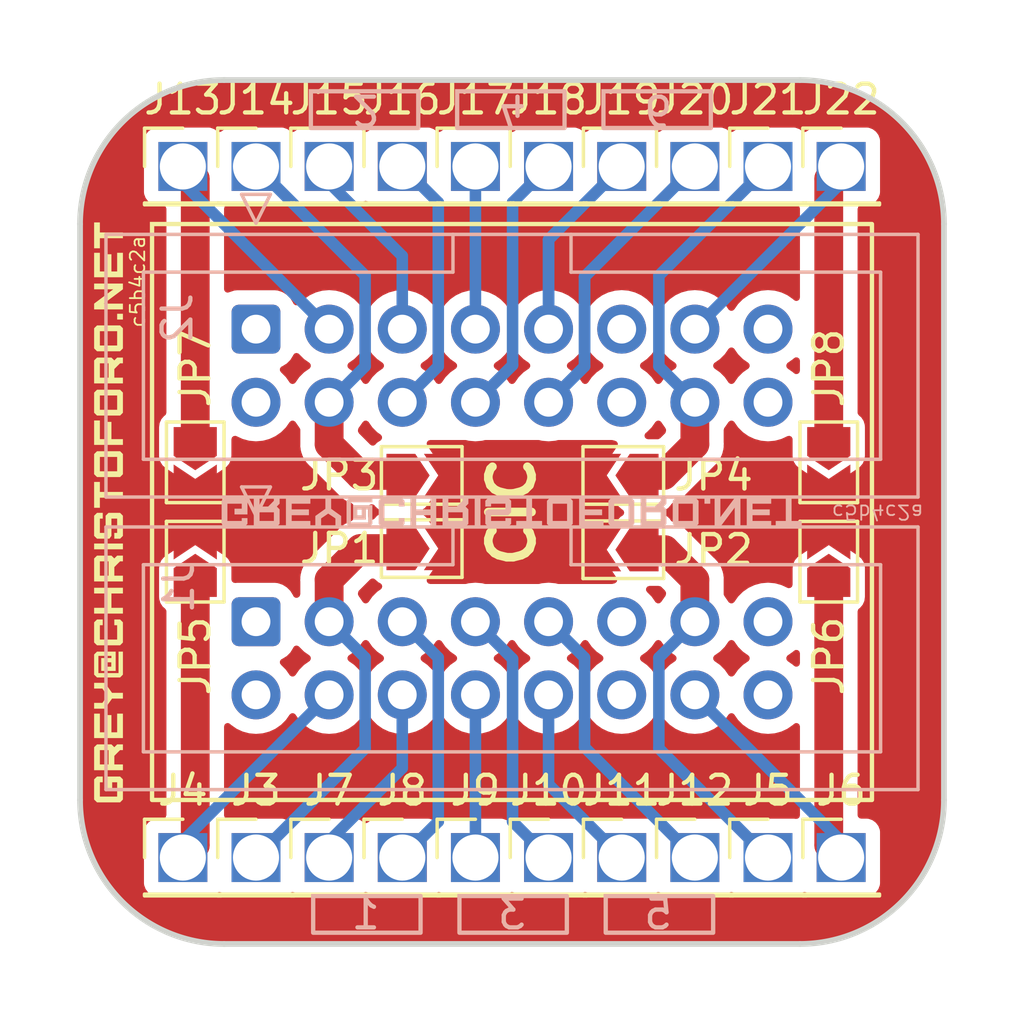
<source format=kicad_pcb>
(kicad_pcb (version 20221018) (generator pcbnew)
  (layers (0 "F.Cu" signal) (31 "B.Cu" signal) (34 "B.Paste" user) (35 "F.Paste" user) (36 "B.SilkS" user "B.Silkscreen") (37 "F.SilkS" user "F.Silkscreen") (38 "B.Mask" user) (39 "F.Mask" user) (44 "Edge.Cuts" user))
  (net 0 "")
  (net 1 "/I_OD_T")
  (net 2 "/V_OD_T")
  (net 3 "/I_1")
  (net 4 "/V_1")
  (net 5 "/I_3")
  (net 6 "/V_3")
  (net 7 "/I_5")
  (net 8 "/V_5")
  (net 9 "/I_OD_B")
  (net 10 "/V_OD_B")
  (net 11 "/I_EV_T")
  (net 12 "/V_EV_T")
  (net 13 "/I_2")
  (net 14 "/V_2")
  (net 15 "/I_4")
  (net 16 "/V_4")
  (net 17 "/I_6")
  (net 18 "/V_6")
  (net 19 "/I_EV_B")
  (net 20 "/V_EV_B")
  (net 33 "/CIC")
  (net 34 "/CVC")
  (footprint "custom_footprints:S25-022+P25-4023_OFF" (layer "F.Cu") (at 135.65 82.14)
    (fp_text reference "J15" (at 0 -2.33) (layer "F.SilkS"))
    (fp_text value "Conn_01x01")
    (pad "1" thru_hole rect (at 0 0) (size 1.7 1.7) (drill 1.6) (layers "*.Cu" "*.Mask") (net 14 "/V_2"))
  )
  (footprint "Jumper:SolderJumper-2_P1.3mm_Open_TrianglePad1.0x1.5mm" (layer "F.Cu") (at 145.865 95.45 180)
    (fp_text reference "JP2" (at -3.135 0) (layer "F.SilkS"))
    (fp_text value "Jumper_2_Open")
    (pad "1" smd custom (at -0.725 0 180) (size 0.3 0.3) (layers "F.Cu" "F.Mask") (net 9 "/I_OD_B") (options (clearance outline) (anchor rect)) (primitives (gr_poly (pts (xy 1 0) (xy 0.5 0.75) (xy -0.5 0.75) (xy -0.5 -0.75) (xy 0.5 -0.75)) (width 0) (fill yes))))
    (pad "2" smd custom (at 0.725 0 180) (size 0.3 0.3) (layers "F.Cu" "F.Mask") (net 33 "/CIC") (options (clearance outline) (anchor rect)) (primitives (gr_poly (pts (xy 0.5 0.75) (xy -0.65 0.75) (xy -0.15 0) (xy -0.65 -0.75) (xy 0.5 -0.75)) (width 0) (fill yes))))
  )
  (footprint "custom_footprints:S25-022+P25-4023_OFF" (layer "F.Cu") (at 133.11 82.14)
    (fp_text reference "J14" (at 0 -2.33) (layer "F.SilkS"))
    (fp_text value "Conn_01x01")
    (pad "1" thru_hole rect (at 0 0) (size 1.7 1.7) (drill 1.6) (layers "*.Cu" "*.Mask") (net 11 "/I_EV_T"))
  )
  (footprint "custom_footprints:S25-022+P25-4023_OFF" (layer "F.Cu") (at 130.57 82.14)
    (fp_text reference "J13" (at 0 -2.33) (layer "F.SilkS"))
    (fp_text value "Conn_01x01")
    (pad "1" thru_hole rect (at 0 0) (size 1.7 1.7) (drill 1.6) (layers "*.Cu" "*.Mask") (net 12 "/V_EV_T"))
  )
  (footprint "custom_footprints:S25-022+P25-4023_OFF" (layer "F.Cu") (at 140.73 106.14)
    (fp_text reference "J9" (at 0 -2.33) (layer "F.SilkS"))
    (fp_text value "Conn_01x01")
    (pad "1" thru_hole rect (at 0 0) (size 1.7 1.7) (drill 1.6) (layers "*.Cu" "*.Mask") (net 6 "/V_3"))
  )
  (footprint "custom_footprints:S25-022+P25-4023_OFF" (layer "F.Cu") (at 138.19 82.14)
    (fp_text reference "J16" (at 0 -2.33) (layer "F.SilkS"))
    (fp_text value "Conn_01x01")
    (pad "1" thru_hole rect (at 0 0) (size 1.7 1.7) (drill 1.6) (layers "*.Cu" "*.Mask") (net 13 "/I_2"))
  )
  (footprint "custom_footprints:S25-022+P25-4023_OFF" (layer "F.Cu") (at 150.89 106.14)
    (fp_text reference "J5" (at 0 -2.33) (layer "F.SilkS"))
    (fp_text value "Conn_01x01")
    (pad "1" thru_hole rect (at 0 0) (size 1.7 1.7) (drill 1.6) (layers "*.Cu" "*.Mask") (net 9 "/I_OD_B"))
  )
  (footprint "custom_footprints:S25-022+P25-4023_OFF" (layer "F.Cu") (at 145.81 106.14)
    (fp_text reference "J11" (at 0 -2.33) (layer "F.SilkS"))
    (fp_text value "Conn_01x01")
    (pad "1" thru_hole rect (at 0 0) (size 1.7 1.7) (drill 1.6) (layers "*.Cu" "*.Mask") (net 8 "/V_5"))
  )
  (footprint "custom_footprints:S25-022+P25-4023_OFF" (layer "F.Cu") (at 148.35 106.14)
    (fp_text reference "J12" (at 0 -2.33) (layer "F.SilkS"))
    (fp_text value "Conn_01x01")
    (pad "1" thru_hole rect (at 0 0) (size 1.7 1.7) (drill 1.6) (layers "*.Cu" "*.Mask") (net 7 "/I_5"))
  )
  (footprint "Jumper:SolderJumper-2_P1.3mm_Open_TrianglePad1.0x1.5mm" (layer "F.Cu") (at 153 92.415 -90)
    (fp_text reference "JP8" (at -3.275 0 90) (layer "F.SilkS"))
    (fp_text value "Jumper_2_Open")
    (pad "1" smd custom (at -0.725 0 270) (size 0.3 0.3) (layers "F.Cu" "F.Mask") (net 20 "/V_EV_B") (options (clearance outline) (anchor rect)) (primitives (gr_poly (pts (xy 1 0) (xy 0.5 0.75) (xy -0.5 0.75) (xy -0.5 -0.75) (xy 0.5 -0.75)) (width 0) (fill yes))))
    (pad "2" smd custom (at 0.725 0 270) (size 0.3 0.3) (layers "F.Cu" "F.Mask") (net 34 "/CVC") (options (clearance outline) (anchor rect)) (primitives (gr_poly (pts (xy 0.5 0.75) (xy -0.65 0.75) (xy -0.15 0) (xy -0.65 -0.75) (xy 0.5 -0.75)) (width 0) (fill yes))))
  )
  (footprint "custom_footprints:S25-022+P25-4023_OFF" (layer "F.Cu") (at 145.81 82.14)
    (fp_text reference "J19" (at 0 -2.33) (layer "F.SilkS"))
    (fp_text value "Conn_01x01")
    (pad "1" thru_hole rect (at 0 0) (size 1.7 1.7) (drill 1.6) (layers "*.Cu" "*.Mask") (net 18 "/V_6"))
  )
  (footprint "custom_footprints:S25-022+P25-4023_OFF" (layer "F.Cu") (at 135.65 106.14)
    (fp_text reference "J7" (at 0 -2.33) (layer "F.SilkS"))
    (fp_text value "Conn_01x01")
    (pad "1" thru_hole rect (at 0 0) (size 1.7 1.7) (drill 1.6) (layers "*.Cu" "*.Mask") (net 4 "/V_1"))
  )
  (footprint "custom_footprints:S25-022+P25-4023_OFF" (layer "F.Cu") (at 130.57 106.14)
    (fp_text reference "J4" (at 0 -2.33) (layer "F.SilkS"))
    (fp_text value "Conn_01x01")
    (pad "1" thru_hole rect (at 0 0) (size 1.7 1.7) (drill 1.6) (layers "*.Cu" "*.Mask") (net 2 "/V_OD_T"))
  )
  (footprint "custom_footprints:S25-022+P25-4023_OFF" (layer "F.Cu") (at 153.43 82.14)
    (fp_text reference "J22" (at 0 -2.33) (layer "F.SilkS"))
    (fp_text value "Conn_01x01")
    (pad "1" thru_hole rect (at 0 0) (size 1.7 1.7) (drill 1.6) (layers "*.Cu" "*.Mask") (net 20 "/V_EV_B"))
  )
  (footprint "custom_footprints:S25-022+P25-4023_OFF" (layer "F.Cu") (at 143.27 82.14)
    (fp_text reference "J18" (at 0 -2.33) (layer "F.SilkS"))
    (fp_text value "Conn_01x01")
    (pad "1" thru_hole rect (at 0 0) (size 1.7 1.7) (drill 1.6) (layers "*.Cu" "*.Mask") (net 15 "/I_4"))
  )
  (footprint "Jumper:SolderJumper-2_P1.3mm_Open_TrianglePad1.0x1.5mm" (layer "F.Cu") (at 131 92.415 -90)
    (fp_text reference "JP7" (at -3.275 0 90) (layer "F.SilkS"))
    (fp_text value "Jumper_2_Open")
    (pad "1" smd custom (at -0.725 0 270) (size 0.3 0.3) (layers "F.Cu" "F.Mask") (net 12 "/V_EV_T") (options (clearance outline) (anchor rect)) (primitives (gr_poly (pts (xy 1 0) (xy 0.5 0.75) (xy -0.5 0.75) (xy -0.5 -0.75) (xy 0.5 -0.75)) (width 0) (fill yes))))
    (pad "2" smd custom (at 0.725 0 270) (size 0.3 0.3) (layers "F.Cu" "F.Mask") (net 34 "/CVC") (options (clearance outline) (anchor rect)) (primitives (gr_poly (pts (xy 0.5 0.75) (xy -0.65 0.75) (xy -0.15 0) (xy -0.65 -0.75) (xy 0.5 -0.75)) (width 0) (fill yes))))
  )
  (footprint "custom_footprints:S25-022+P25-4023_OFF" (layer "F.Cu") (at 140.73 82.14)
    (fp_text reference "J17" (at 0 -2.33) (layer "F.SilkS"))
    (fp_text value "Conn_01x01")
    (pad "1" thru_hole rect (at 0 0) (size 1.7 1.7) (drill 1.6) (layers "*.Cu" "*.Mask") (net 16 "/V_4"))
  )
  (footprint "custom_footprints:S25-022+P25-4023_OFF" (layer "F.Cu") (at 138.19 106.14)
    (fp_text reference "J8" (at 0 -2.33) (layer "F.SilkS"))
    (fp_text value "Conn_01x01")
    (pad "1" thru_hole rect (at 0 0) (size 1.7 1.7) (drill 1.6) (layers "*.Cu" "*.Mask") (net 3 "/I_1"))
  )
  (footprint "custom_footprints:S25-022+P25-4023_OFF" (layer "F.Cu") (at 150.89 82.14)
    (fp_text reference "J21" (at 0 -2.33) (layer "F.SilkS"))
    (fp_text value "Conn_01x01")
    (pad "1" thru_hole rect (at 0 0) (size 1.7 1.7) (drill 1.6) (layers "*.Cu" "*.Mask") (net 19 "/I_EV_B"))
  )
  (footprint "custom_footprints:logo_small" (layer "F.Cu") (at 128 94.14 90)
    (fp_text reference "SYM2" hide)
    (fp_text value "Logo_Open_Hardware_Small" hide)
  )
  (footprint "Jumper:SolderJumper-2_P1.3mm_Open_TrianglePad1.0x1.5mm" (layer "F.Cu") (at 138.865 92.87)
    (fp_text reference "JP3" (at -2.865 -0.005) (layer "F.SilkS"))
    (fp_text value "Jumper_2_Open")
    (pad "1" smd custom (at -0.725 0) (size 0.3 0.3) (layers "F.Cu" "F.Mask") (net 11 "/I_EV_T") (options (clearance outline) (anchor rect)) (primitives (gr_poly (pts (xy 1 0) (xy 0.5 0.75) (xy -0.5 0.75) (xy -0.5 -0.75) (xy 0.5 -0.75)) (width 0) (fill yes))))
    (pad "2" smd custom (at 0.725 0) (size 0.3 0.3) (layers "F.Cu" "F.Mask") (net 33 "/CIC") (options (clearance outline) (anchor rect)) (primitives (gr_poly (pts (xy 0.5 0.75) (xy -0.65 0.75) (xy -0.15 0) (xy -0.65 -0.75) (xy 0.5 -0.75)) (width 0) (fill yes))))
  )
  (footprint "Jumper:SolderJumper-2_P1.3mm_Open_TrianglePad1.0x1.5mm" (layer "F.Cu") (at 153 95.865 90)
    (fp_text reference "JP6" (at -3.275 0 90) (layer "F.SilkS"))
    (fp_text value "Jumper_2_Open")
    (pad "1" smd custom (at -0.725 0 90) (size 0.3 0.3) (layers "F.Cu" "F.Mask") (net 10 "/V_OD_B") (options (clearance outline) (anchor rect)) (primitives (gr_poly (pts (xy 1 0) (xy 0.5 0.75) (xy -0.5 0.75) (xy -0.5 -0.75) (xy 0.5 -0.75)) (width 0) (fill yes))))
    (pad "2" smd custom (at 0.725 0 90) (size 0.3 0.3) (layers "F.Cu" "F.Mask") (net 34 "/CVC") (options (clearance outline) (anchor rect)) (primitives (gr_poly (pts (xy 0.5 0.75) (xy -0.65 0.75) (xy -0.15 0) (xy -0.65 -0.75) (xy 0.5 -0.75)) (width 0) (fill yes))))
  )
  (footprint "Jumper:SolderJumper-2_P1.3mm_Open_TrianglePad1.0x1.5mm" (layer "F.Cu") (at 145.865 92.87 180)
    (fp_text reference "JP4" (at -3.135 0) (layer "F.SilkS"))
    (fp_text value "Jumper_2_Open")
    (pad "1" smd custom (at -0.725 0 180) (size 0.3 0.3) (layers "F.Cu" "F.Mask") (net 19 "/I_EV_B") (options (clearance outline) (anchor rect)) (primitives (gr_poly (pts (xy 1 0) (xy 0.5 0.75) (xy -0.5 0.75) (xy -0.5 -0.75) (xy 0.5 -0.75)) (width 0) (fill yes))))
    (pad "2" smd custom (at 0.725 0 180) (size 0.3 0.3) (layers "F.Cu" "F.Mask") (net 33 "/CIC") (options (clearance outline) (anchor rect)) (primitives (gr_poly (pts (xy 0.5 0.75) (xy -0.65 0.75) (xy -0.15 0) (xy -0.65 -0.75) (xy 0.5 -0.75)) (width 0) (fill yes))))
  )
  (footprint "custom_footprints:S25-022+P25-4023_OFF" (layer "F.Cu") (at 153.43 106.14)
    (fp_text reference "J6" (at 0 -2.33) (layer "F.SilkS"))
    (fp_text value "Conn_01x01")
    (pad "1" thru_hole rect (at 0 0) (size 1.7 1.7) (drill 1.6) (layers "*.Cu" "*.Mask") (net 10 "/V_OD_B"))
  )
  (footprint "custom_footprints:S25-022+P25-4023_OFF" (layer "F.Cu") (at 133.11 106.14)
    (fp_text reference "J3" (at 0 -2.33) (layer "F.SilkS"))
    (fp_text value "Conn_01x01")
    (pad "1" thru_hole rect (at 0 0) (size 1.7 1.7) (drill 1.6) (layers "*.Cu" "*.Mask") (net 1 "/I_OD_T"))
  )
  (footprint "custom_footprints:S25-022+P25-4023_OFF" (layer "F.Cu") (at 143.27 106.14)
    (fp_text reference "J10" (at 0 -2.33) (layer "F.SilkS"))
    (fp_text value "Conn_01x01")
    (pad "1" thru_hole rect (at 0 0) (size 1.7 1.7) (drill 1.6) (layers "*.Cu" "*.Mask") (net 5 "/I_3"))
  )
  (footprint "Jumper:SolderJumper-2_P1.3mm_Open_TrianglePad1.0x1.5mm" (layer "F.Cu") (at 131 95.865 90)
    (fp_text reference "JP5" (at -3.275 0 90) (layer "F.SilkS"))
    (fp_text value "Jumper_2_Open")
    (pad "1" smd custom (at -0.725 0 90) (size 0.3 0.3) (layers "F.Cu" "F.Mask") (net 2 "/V_OD_T") (options (clearance outline) (anchor rect)) (primitives (gr_poly (pts (xy 1 0) (xy 0.5 0.75) (xy -0.5 0.75) (xy -0.5 -0.75) (xy 0.5 -0.75)) (width 0) (fill yes))))
    (pad "2" smd custom (at 0.725 0 90) (size 0.3 0.3) (layers "F.Cu" "F.Mask") (net 34 "/CVC") (options (clearance outline) (anchor rect)) (primitives (gr_poly (pts (xy 0.5 0.75) (xy -0.65 0.75) (xy -0.15 0) (xy -0.65 -0.75) (xy 0.5 -0.75)) (width 0) (fill yes))))
  )
  (footprint "Jumper:SolderJumper-2_P1.3mm_Open_TrianglePad1.0x1.5mm" (layer "F.Cu") (at 138.865 95.41)
    (fp_text reference "JP1" (at -2.865 0) (layer "F.SilkS"))
    (fp_text value "Jumper_2_Open")
    (pad "1" smd custom (at -0.725 0) (size 0.3 0.3) (layers "F.Cu" "F.Mask") (net 1 "/I_OD_T") (options (clearance outline) (anchor rect)) (primitives (gr_poly (pts (xy 1 0) (xy 0.5 0.75) (xy -0.5 0.75) (xy -0.5 -0.75) (xy 0.5 -0.75)) (width 0) (fill yes))))
    (pad "2" smd custom (at 0.725 0) (size 0.3 0.3) (layers "F.Cu" "F.Mask") (net 33 "/CIC") (options (clearance outline) (anchor rect)) (primitives (gr_poly (pts (xy 0.5 0.75) (xy -0.65 0.75) (xy -0.15 0) (xy -0.65 -0.75) (xy 0.5 -0.75)) (width 0) (fill yes))))
  )
  (footprint "custom_footprints:S25-022+P25-4023_OFF" (layer "F.Cu") (at 148.35 82.14)
    (fp_text reference "J20" (at 0 -2.33) (layer "F.SilkS"))
    (fp_text value "Conn_01x01")
    (pad "1" thru_hole rect (at 0 0) (size 1.7 1.7) (drill 1.6) (layers "*.Cu" "*.Mask") (net 17 "/I_6"))
  )
  (footprint "custom_footprints:HIF3FC-16PA-2.54DSA(71)" (layer "B.Cu") (at 133.11 87.79 -90)
    (fp_text reference "J2" (at -0.38 2.735 90) (layer "B.SilkS") (effects (justify mirror)))
    (fp_text value "Conn_02x08_Odd_Even")
    (pad "1" thru_hole roundrect (at 0 0 270) (size 1.7 1.7) (drill 1) (layers "*.Cu" "*.Mask") (roundrect_rratio 0.147059))
    (pad "2" thru_hole circle (at 2.54 0 270) (size 1.7 1.7) (drill 1) (layers "*.Cu" "*.Mask"))
    (pad "3" thru_hole circle (at 0 -2.54 270) (size 1.7 1.7) (drill 1) (layers "*.Cu" "*.Mask") (net 12 "/V_EV_T"))
    (pad "4" thru_hole circle (at 2.54 -2.54 270) (size 1.7 1.7) (drill 1) (layers "*.Cu" "*.Mask") (net 11 "/I_EV_T"))
    (pad "5" thru_hole circle (at 0 -5.08 270) (size 1.7 1.7) (drill 1) (layers "*.Cu" "*.Mask") (net 14 "/V_2"))
    (pad "6" thru_hole circle (at 2.54 -5.08 270) (size 1.7 1.7) (drill 1) (layers "*.Cu" "*.Mask") (net 13 "/I_2"))
    (pad "7" thru_hole circle (at 0 -7.62 270) (size 1.7 1.7) (drill 1) (layers "*.Cu" "*.Mask") (net 16 "/V_4"))
    (pad "8" thru_hole circle (at 2.54 -7.62 270) (size 1.7 1.7) (drill 1) (layers "*.Cu" "*.Mask") (net 15 "/I_4"))
    (pad "9" thru_hole circle (at 0 -10.16 270) (size 1.7 1.7) (drill 1) (layers "*.Cu" "*.Mask") (net 18 "/V_6"))
    (pad "10" thru_hole circle (at 2.54 -10.16 270) (size 1.7 1.7) (drill 1) (layers "*.Cu" "*.Mask") (net 17 "/I_6"))
    (pad "11" thru_hole circle (at 0 -12.7 270) (size 1.7 1.7) (drill 1) (layers "*.Cu" "*.Mask"))
    (pad "12" thru_hole circle (at 2.54 -12.7 270) (size 1.7 1.7) (drill 1) (layers "*.Cu" "*.Mask"))
    (pad "13" thru_hole circle (at 0 -15.24 270) (size 1.7 1.7) (drill 1) (layers "*.Cu" "*.Mask") (net 20 "/V_EV_B"))
    (pad "14" thru_hole circle (at 2.54 -15.24 270) (size 1.7 1.7) (drill 1) (layers "*.Cu" "*.Mask") (net 19 "/I_EV_B"))
    (pad "15" thru_hole circle (at 0 -17.78 270) (size 1.7 1.7) (drill 1) (layers "*.Cu" "*.Mask"))
    (pad "16" thru_hole circle (at 2.54 -17.78 270) (size 1.7 1.7) (drill 1) (layers "*.Cu" "*.Mask"))
  )
  (footprint "custom_footprints:HIF3FC-16PA-2.54DSA(71)" (layer "B.Cu") (at 133.11 97.95 -90)
    (fp_text reference "J1" (at -1.165 2.68 90) (layer "B.SilkS") (effects (justify mirror)))
    (fp_text value "Conn_02x08_Odd_Even")
    (pad "1" thru_hole roundrect (at 0 0 270) (size 1.7 1.7) (drill 1) (layers "*.Cu" "*.Mask") (roundrect_rratio 0.147059))
    (pad "2" thru_hole circle (at 2.54 0 270) (size 1.7 1.7) (drill 1) (layers "*.Cu" "*.Mask"))
    (pad "3" thru_hole circle (at 0 -2.54 270) (size 1.7 1.7) (drill 1) (layers "*.Cu" "*.Mask") (net 1 "/I_OD_T"))
    (pad "4" thru_hole circle (at 2.54 -2.54 270) (size 1.7 1.7) (drill 1) (layers "*.Cu" "*.Mask") (net 2 "/V_OD_T"))
    (pad "5" thru_hole circle (at 0 -5.08 270) (size 1.7 1.7) (drill 1) (layers "*.Cu" "*.Mask") (net 3 "/I_1"))
    (pad "6" thru_hole circle (at 2.54 -5.08 270) (size 1.7 1.7) (drill 1) (layers "*.Cu" "*.Mask") (net 4 "/V_1"))
    (pad "7" thru_hole circle (at 0 -7.62 270) (size 1.7 1.7) (drill 1) (layers "*.Cu" "*.Mask") (net 5 "/I_3"))
    (pad "8" thru_hole circle (at 2.54 -7.62 270) (size 1.7 1.7) (drill 1) (layers "*.Cu" "*.Mask") (net 6 "/V_3"))
    (pad "9" thru_hole circle (at 0 -10.16 270) (size 1.7 1.7) (drill 1) (layers "*.Cu" "*.Mask") (net 7 "/I_5"))
    (pad "10" thru_hole circle (at 2.54 -10.16 270) (size 1.7 1.7) (drill 1) (layers "*.Cu" "*.Mask") (net 8 "/V_5"))
    (pad "11" thru_hole circle (at 0 -12.7 270) (size 1.7 1.7) (drill 1) (layers "*.Cu" "*.Mask"))
    (pad "12" thru_hole circle (at 2.54 -12.7 270) (size 1.7 1.7) (drill 1) (layers "*.Cu" "*.Mask"))
    (pad "13" thru_hole circle (at 0 -15.24 270) (size 1.7 1.7) (drill 1) (layers "*.Cu" "*.Mask") (net 9 "/I_OD_B"))
    (pad "14" thru_hole circle (at 2.54 -15.24 270) (size 1.7 1.7) (drill 1) (layers "*.Cu" "*.Mask") (net 10 "/V_OD_B"))
    (pad "15" thru_hole circle (at 0 -17.78 270) (size 1.7 1.7) (drill 1) (layers "*.Cu" "*.Mask"))
    (pad "16" thru_hole circle (at 2.54 -17.78 270) (size 1.7 1.7) (drill 1) (layers "*.Cu" "*.Mask"))
  )
  (footprint "custom_footprints:logo_small" (layer "B.Cu") (at 142 94.14)
    (fp_text reference "SYM1" hide)
    (fp_text value "Logo_Open_Hardware_Small" hide)
  )
  (gr_rect (start 140.095 79.53) (end 143.825 80.805) (stroke (width 0.15)) (fill none) (layer "B.SilkS"))
  (gr_rect (start 145.255 107.475) (end 148.985 108.75) (stroke (width 0.15)) (fill none) (layer "B.SilkS"))
  (gr_rect (start 140.175 107.475) (end 143.905 108.75) (stroke (width 0.15)) (fill none) (layer "B.SilkS"))
  (gr_rect (start 135.095 107.475) (end 138.825 108.75) (stroke (width 0.15)) (fill none) (layer "B.SilkS"))
  (gr_rect (start 145.175 79.53) (end 148.905 80.805) (stroke (width 0.15)) (fill none) (layer "B.SilkS"))
  (gr_rect (start 135.015 79.53) (end 138.745 80.805) (stroke (width 0.15)) (fill none) (layer "B.SilkS"))
  (gr_rect (start 129.5 84.14) (end 154.5 104.14) (stroke (width 0.15)) (fill none) (layer "F.SilkS"))
  (gr_line (start 132 109.14) (end 152 109.14) (stroke (width 0.2)) (layer "Edge.Cuts"))
  (gr_arc (start 157 104.14) (mid 155.535534 107.675533) (end 152 109.14) (stroke (width 0.2)) (layer "Edge.Cuts"))
  (gr_line (start 127 104.14) (end 127 84.14) (stroke (width 0.2)) (layer "Edge.Cuts"))
  (gr_arc (start 152 79.14) (mid 155.535533 80.604466) (end 157 84.14) (stroke (width 0.2)) (layer "Edge.Cuts"))
  (gr_arc (start 127 84.14) (mid 128.464466 80.604467) (end 132 79.14) (stroke (width 0.2)) (layer "Edge.Cuts"))
  (gr_line (start 132 79.14) (end 152 79.14) (stroke (width 0.2)) (layer "Edge.Cuts"))
  (gr_line (start 157 104.14) (end 157 84.14) (stroke (width 0.2)) (layer "Edge.Cuts"))
  (gr_arc (start 132 109.14) (mid 128.464467 107.675534) (end 127 104.14) (stroke (width 0.2)) (layer "Edge.Cuts"))
  (gr_text "6" (at 147.08 80.17 180) (layer "B.SilkS") (effects (font (size 1 1)) (justify mirror)))
  (gr_text "1" (at 136.92 108.11) (layer "B.SilkS") (effects (font (size 1 1)) (justify mirror)))
  (gr_text "3" (at 142 108.11) (layer "B.SilkS") (effects (font (size 1 1)) (justify mirror)))
  (gr_text "4" (at 142 80.17 180) (layer "B.SilkS") (effects (font (size 1 1)) (justify mirror)))
  (gr_text "c5b4c2a" (at 154.7 94.14 180) (layer "B.SilkS") (effects (font (size 0.5 0.5) (thickness 0.0625)) (justify mirror)))
  (gr_text "2" (at 136.92 80.17 180) (layer "B.SilkS") (effects (font (size 1 1)) (justify mirror)))
  (gr_text "5" (at 147.08 108.11) (layer "B.SilkS") (effects (font (size 1 1)) (justify mirror)))
  (gr_text "CIC" (at 142 94.14 90) (layer "F.SilkS") (effects (font (size 1.5 1.5) (thickness 0.3) bold)))
  (gr_text "c5b4c2a" (at 129 86.14 90) (layer "F.SilkS") (effects (font (size 0.5 0.5) (thickness 0.0625))))
  (segment (start 138.14 95.41) (end 136.73 95.41) (width 1) (layer "F.Cu") (net 1))
  (segment (start 136.73 95.41) (end 135.65 96.49) (width 1) (layer "F.Cu") (net 1))
  (segment (start 135.65 96.49) (end 135.65 97.95) (width 1) (layer "F.Cu") (net 1))
  (segment (start 136.9 102.35) (end 136.9 99.2) (width 0.4) (layer "B.Cu") (net 1))
  (segment (start 136.9 99.2) (end 135.65 97.95) (width 0.4) (layer "B.Cu") (net 1))
  (segment (start 133.11 106.14) (end 136.9 102.35) (width 0.4) (layer "B.Cu") (net 1))
  (segment (start 131 105.71) (end 130.57 106.14) (width 1) (layer "F.Cu") (net 2))
  (segment (start 131 96.59) (end 131 105.71) (width 1) (layer "F.Cu") (net 2))
  (segment (start 130.57 106.14) (end 130.57 105.57) (width 0.4) (layer "B.Cu") (net 2))
  (segment (start 130.57 105.57) (end 135.65 100.49) (width 0.4) (layer "B.Cu") (net 2))
  (segment (start 139.44 99.2) (end 138.19 97.95) (width 0.4) (layer "B.Cu") (net 3))
  (segment (start 138.19 106.12) (end 138.17 106.14) (width 0.4) (layer "B.Cu") (net 3))
  (segment (start 139.44 104.89) (end 139.44 99.2) (width 0.4) (layer "B.Cu") (net 3))
  (segment (start 138.19 106.14) (end 139.44 104.89) (width 0.4) (layer "B.Cu") (net 3))
  (segment (start 135.65 105.57) (end 138.19 103.03) (width 0.4) (layer "B.Cu") (net 4))
  (segment (start 135.65 106.14) (end 135.65 105.57) (width 0.4) (layer "B.Cu") (net 4))
  (segment (start 138.19 103.03) (end 138.19 100.49) (width 0.4) (layer "B.Cu") (net 4))
  (segment (start 142.02 104.89) (end 142.02 99.24) (width 0.4) (layer "B.Cu") (net 5))
  (segment (start 143.27 106.14) (end 142.02 104.89) (width 0.4) (layer "B.Cu") (net 5))
  (segment (start 142.02 99.24) (end 140.73 97.95) (width 0.4) (layer "B.Cu") (net 5))
  (segment (start 140.73 106.14) (end 140.73 100.49) (width 0.4) (layer "B.Cu") (net 6))
  (segment (start 143.27 97.95) (end 144.52 99.2) (width 0.4) (layer "B.Cu") (net 7))
  (segment (start 144.52 102.31) (end 148.35 106.14) (width 0.4) (layer "B.Cu") (net 7))
  (segment (start 144.52 99.2) (end 144.52 102.31) (width 0.4) (layer "B.Cu") (net 7))
  (segment (start 145.81 106.14) (end 143.27 103.6) (width 0.4) (layer "B.Cu") (net 8))
  (segment (start 143.27 103.6) (end 143.27 100.49) (width 0.4) (layer "B.Cu") (net 8))
  (segment (start 147.31 95.45) (end 148.35 96.49) (width 1) (layer "F.Cu") (net 9))
  (segment (start 146.59 95.45) (end 147.31 95.45) (width 1) (layer "F.Cu") (net 9))
  (segment (start 148.35 96.49) (end 148.35 97.95) (width 1) (layer "F.Cu") (net 9))
  (segment (start 150.89 106.14) (end 147.1 102.35) (width 0.4) (layer "B.Cu") (net 9))
  (segment (start 147.1 102.35) (end 147.1 99.2) (width 0.4) (layer "B.Cu") (net 9))
  (segment (start 147.1 99.2) (end 148.35 97.95) (width 0.4) (layer "B.Cu") (net 9))
  (segment (start 153 96.59) (end 153 105.71) (width 1) (layer "F.Cu") (net 10))
  (segment (start 153 105.71) (end 153.43 106.14) (width 1) (layer "F.Cu") (net 10))
  (segment (start 153.43 106.14) (end 153.43 105.57) (width 0.4) (layer "B.Cu") (net 10))
  (segment (start 153.43 105.57) (end 148.35 100.49) (width 0.4) (layer "B.Cu") (net 10))
  (segment (start 138.14 92.87) (end 136.73 92.87) (width 1) (layer "F.Cu") (net 11))
  (segment (start 135.65 91.79) (end 135.65 90.33) (width 1) (layer "F.Cu") (net 11))
  (segment (start 136.73 92.87) (end 135.65 91.79) (width 1) (layer "F.Cu") (net 11))
  (segment (start 136.9 85.93) (end 136.9 89.08) (width 0.4) (layer "B.Cu") (net 11))
  (segment (start 136.9 89.08) (end 135.65 90.33) (width 0.4) (layer "B.Cu") (net 11))
  (segment (start 133.11 82.14) (end 136.9 85.93) (width 0.4) (layer "B.Cu") (net 11))
  (segment (start 131 91.69) (end 131 82.57) (width 1) (layer "F.Cu") (net 12))
  (segment (start 131 82.57) (end 130.57 82.14) (width 1) (layer "F.Cu") (net 12))
  (segment (start 130.57 82.14) (end 130.57 82.71) (width 0.4) (layer "B.Cu") (net 12))
  (segment (start 130.57 82.71) (end 135.65 87.79) (width 0.4) (layer "B.Cu") (net 12))
  (segment (start 139.44 89.08) (end 138.19 90.33) (width 0.4) (layer "B.Cu") (net 13))
  (segment (start 139.44 83.39) (end 139.44 89.08) (width 0.4) (layer "B.Cu") (net 13))
  (segment (start 138.19 82.14) (end 139.44 83.39) (width 0.4) (layer "B.Cu") (net 13))
  (segment (start 135.65 82.71) (end 138.19 85.25) (width 0.4) (layer "B.Cu") (net 14))
  (segment (start 135.65 82.14) (end 135.65 82.71) (width 0.4) (layer "B.Cu") (net 14))
  (segment (start 138.19 85.25) (end 138.19 87.79) (width 0.4) (layer "B.Cu") (net 14))
  (segment (start 142.02 83.39) (end 142.02 89.04) (width 0.4) (layer "B.Cu") (net 15))
  (segment (start 142.02 89.04) (end 140.73 90.33) (width 0.4) (layer "B.Cu") (net 15))
  (segment (start 143.27 82.14) (end 142.02 83.39) (width 0.4) (layer "B.Cu") (net 15))
  (segment (start 140.73 82.14) (end 140.73 87.79) (width 0.4) (layer "B.Cu") (net 16))
  (segment (start 143.27 90.33) (end 144.52 89.08) (width 0.4) (layer "B.Cu") (net 17))
  (segment (start 144.52 85.97) (end 148.35 82.14) (width 0.4) (layer "B.Cu") (net 17))
  (segment (start 143.27 90.33) (end 144.52 89.08) (width 0.4) (layer "B.Cu") (net 17))
  (segment (start 144.52 89.08) (end 144.52 85.97) (width 0.4) (layer "B.Cu") (net 17))
  (segment (start 144.52 85.97) (end 148.35 82.14) (width 0.4) (layer "B.Cu") (net 17))
  (segment (start 144.52 89.08) (end 144.52 85.97) (width 0.4) (layer "B.Cu") (net 17))
  (segment (start 143.27 84.68) (end 143.27 87.79) (width 0.4) (layer "B.Cu") (net 18))
  (segment (start 145.81 82.14) (end 143.27 84.68) (width 0.4) (layer "B.Cu") (net 18))
  (segment (start 143.27 84.68) (end 143.27 87.79) (width 0.4) (layer "B.Cu") (net 18))
  (segment (start 145.81 82.14) (end 143.27 84.68) (width 0.4) (layer "B.Cu") (net 18))
  (segment (start 148.35 91.79) (end 148.35 90.33) (width 1) (layer "F.Cu") (net 19))
  (segment (start 147.27 92.87) (end 148.35 91.79) (width 1) (layer "F.Cu") (net 19))
  (segment (start 146.59 92.87) (end 147.27 92.87) (width 1) (layer "F.Cu") (net 19))
  (segment (start 147.1 85.93) (end 147.1 89.08) (width 0.4) (layer "B.Cu") (net 19))
  (segment (start 150.89 82.14) (end 147.1 85.93) (width 0.4) (layer "B.Cu") (net 19))
  (segment (start 147.1 89.08) (end 148.35 90.33) (width 0.4) (layer "B.Cu") (net 19))
  (segment (start 153 91.69) (end 153 82.57) (width 1) (layer "F.Cu") (net 20))
  (segment (start 153 82.57) (end 153.43 82.14) (width 1) (layer "F.Cu") (net 20))
  (segment (start 153.43 82.71) (end 148.35 87.79) (width 0.4) (layer "B.Cu") (net 20))
  (segment (start 153.43 82.14) (end 153.43 82.71) (width 0.4) (layer "B.Cu") (net 20))
  (zone (net 33) (net_name "/CIC") (layer "F.Cu") (priority 1) (connect_pads (clearance 0.5)) (min_thickness 0.25) (fill yes (thermal_gap 0.5) (thermal_bridge_width 0.5) (island_removal_mode 1) (island_area_min 10))
    (polygon (pts (xy 137 91.64) (xy 137 96.64) (xy 147 96.64) (xy 147 91.64)))
  )
  (zone (net 34) (net_name "/CVC") (layer "F.Cu") (connect_pads (clearance 0.5)) (min_thickness 0.25) (fill yes (thermal_gap 0.5) (thermal_bridge_width 0.5) (island_removal_mode 1) (island_area_min 10))
    (polygon (pts (xy 159.78 76.36) (xy 124.22 76.36) (xy 124.22 111.92) (xy 159.78 111.92)))
  )
)
</source>
